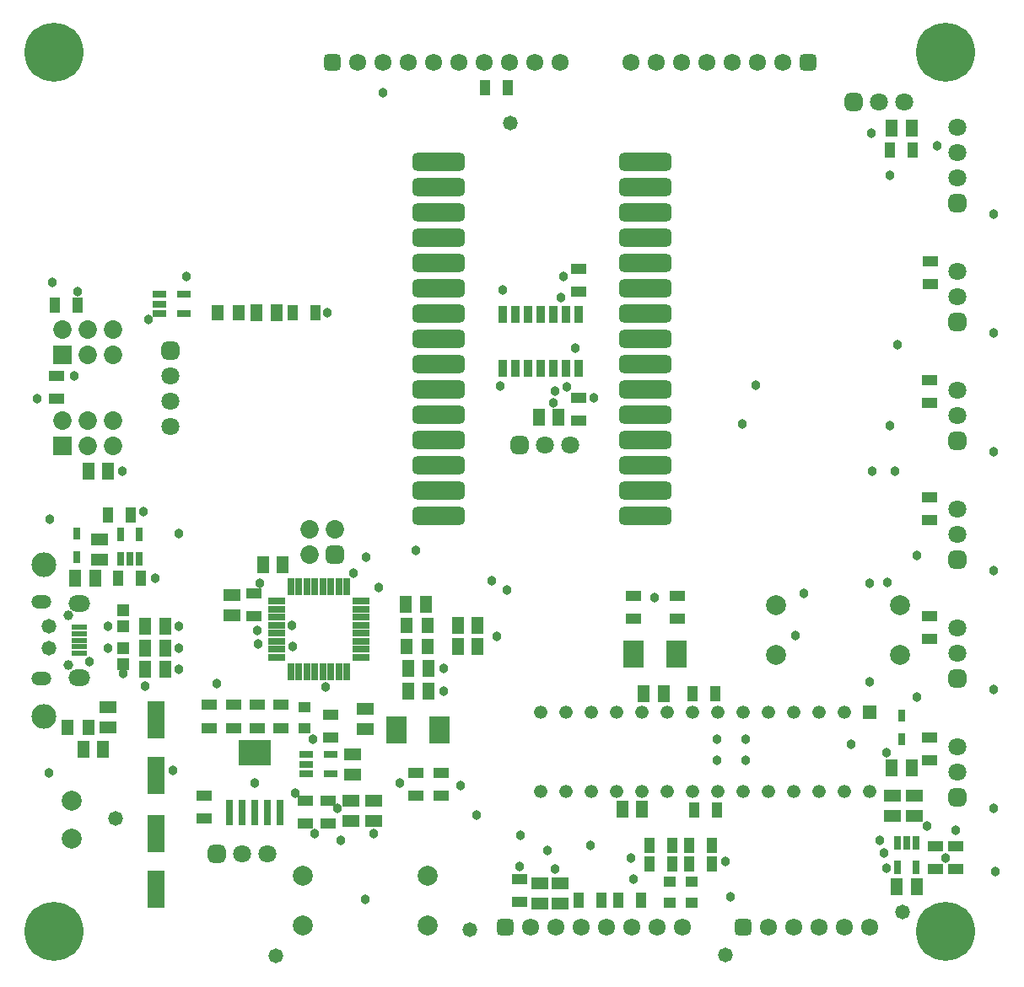
<source format=gbr>
%TF.GenerationSoftware,Altium Limited,Altium Designer,24.3.1 (35)*%
G04 Layer_Color=8388736*
%FSLAX45Y45*%
%MOMM*%
%TF.SameCoordinates,7E0553B6-A888-4128-BDB4-EB5F29F5F182*%
%TF.FilePolarity,Negative*%
%TF.FileFunction,Soldermask,Top*%
%TF.Part,Single*%
G01*
G75*
%TA.AperFunction,SMDPad,CuDef*%
%ADD68R,1.50320X1.10320*%
%ADD69R,1.65320X1.15320*%
%ADD70R,1.10320X1.50320*%
G04:AMPARAMS|DCode=71|XSize=1.8542mm|YSize=5.2832mm|CornerRadius=0.51435mm|HoleSize=0mm|Usage=FLASHONLY|Rotation=270.000|XOffset=0mm|YOffset=0mm|HoleType=Round|Shape=RoundedRectangle|*
%AMROUNDEDRECTD71*
21,1,1.85420,4.25450,0,0,270.0*
21,1,0.82550,5.28320,0,0,270.0*
1,1,1.02870,-2.12725,-0.41275*
1,1,1.02870,-2.12725,0.41275*
1,1,1.02870,2.12725,0.41275*
1,1,1.02870,2.12725,-0.41275*
%
%ADD71ROUNDEDRECTD71*%
%ADD72R,1.15320X1.65320*%
%ADD73R,1.30320X1.50320*%
%ADD74R,0.85320X1.72820*%
%ADD75R,0.80320X1.40320*%
%ADD76R,0.70320X1.20320*%
%ADD77R,2.10320X2.80320*%
%ADD78R,1.20320X1.10320*%
%ADD79R,0.80160X2.50160*%
%ADD80R,3.30160X2.50160*%
%ADD81R,1.40320X0.80320*%
%ADD82R,0.80320X1.67820*%
%ADD83R,1.67820X0.80320*%
%TA.AperFunction,ConnectorPad*%
%ADD84R,1.49860X0.58420*%
%TA.AperFunction,SMDPad,CuDef*%
%ADD85R,1.20320X1.15320*%
%ADD86R,1.80320X3.70320*%
%TA.AperFunction,ComponentPad*%
%ADD87C,1.85320*%
G04:AMPARAMS|DCode=88|XSize=1.8532mm|YSize=1.8532mm|CornerRadius=0.5141mm|HoleSize=0mm|Usage=FLASHONLY|Rotation=90.000|XOffset=0mm|YOffset=0mm|HoleType=Round|Shape=RoundedRectangle|*
%AMROUNDEDRECTD88*
21,1,1.85320,0.82500,0,0,90.0*
21,1,0.82500,1.85320,0,0,90.0*
1,1,1.02820,0.41250,0.41250*
1,1,1.02820,0.41250,-0.41250*
1,1,1.02820,-0.41250,-0.41250*
1,1,1.02820,-0.41250,0.41250*
%
%ADD88ROUNDEDRECTD88*%
G04:AMPARAMS|DCode=89|XSize=1.8032mm|YSize=1.8032mm|CornerRadius=0.5016mm|HoleSize=0mm|Usage=FLASHONLY|Rotation=0.000|XOffset=0mm|YOffset=0mm|HoleType=Round|Shape=RoundedRectangle|*
%AMROUNDEDRECTD89*
21,1,1.80320,0.80000,0,0,0.0*
21,1,0.80000,1.80320,0,0,0.0*
1,1,1.00320,0.40000,-0.40000*
1,1,1.00320,-0.40000,-0.40000*
1,1,1.00320,-0.40000,0.40000*
1,1,1.00320,0.40000,0.40000*
%
%ADD89ROUNDEDRECTD89*%
%ADD90C,1.80320*%
%ADD91C,2.00320*%
G04:AMPARAMS|DCode=92|XSize=1.8032mm|YSize=1.8032mm|CornerRadius=0.5016mm|HoleSize=0mm|Usage=FLASHONLY|Rotation=90.000|XOffset=0mm|YOffset=0mm|HoleType=Round|Shape=RoundedRectangle|*
%AMROUNDEDRECTD92*
21,1,1.80320,0.80000,0,0,90.0*
21,1,0.80000,1.80320,0,0,90.0*
1,1,1.00320,0.40000,0.40000*
1,1,1.00320,0.40000,-0.40000*
1,1,1.00320,-0.40000,-0.40000*
1,1,1.00320,-0.40000,0.40000*
%
%ADD92ROUNDEDRECTD92*%
%ADD93C,2.48920*%
%TA.AperFunction,ViaPad*%
%ADD94C,2.00320*%
%TA.AperFunction,ComponentPad*%
%ADD95C,1.72320*%
G04:AMPARAMS|DCode=96|XSize=1.7232mm|YSize=1.7232mm|CornerRadius=0.4816mm|HoleSize=0mm|Usage=FLASHONLY|Rotation=0.000|XOffset=0mm|YOffset=0mm|HoleType=Round|Shape=RoundedRectangle|*
%AMROUNDEDRECTD96*
21,1,1.72320,0.76000,0,0,0.0*
21,1,0.76000,1.72320,0,0,0.0*
1,1,0.96320,0.38000,-0.38000*
1,1,0.96320,-0.38000,-0.38000*
1,1,0.96320,-0.38000,0.38000*
1,1,0.96320,0.38000,0.38000*
%
%ADD96ROUNDEDRECTD96*%
%ADD97R,1.85320X1.85320*%
%ADD98C,5.91820*%
%ADD99R,1.33620X1.33620*%
%ADD100C,1.33620*%
%ADD101O,2.20320X1.65320*%
%ADD102O,2.00320X1.35320*%
%ADD103C,1.00320*%
%TA.AperFunction,ViaPad*%
%ADD104C,1.47320*%
%ADD105C,0.96520*%
D68*
X7594600Y3441700D02*
D03*
Y3211700D02*
D03*
X8191500Y8046000D02*
D03*
Y8276000D02*
D03*
Y9346500D02*
D03*
Y9576500D02*
D03*
X11976100Y3542600D02*
D03*
Y3772600D02*
D03*
X11772900Y3542600D02*
D03*
Y3772600D02*
D03*
X8737600Y6057200D02*
D03*
Y6287200D02*
D03*
X9182100Y6057200D02*
D03*
Y6287200D02*
D03*
X11709400Y4864800D02*
D03*
Y4634800D02*
D03*
Y6084000D02*
D03*
Y5854000D02*
D03*
Y7277800D02*
D03*
Y7047800D02*
D03*
Y8458900D02*
D03*
Y8228900D02*
D03*
X11722100Y9652700D02*
D03*
Y9422700D02*
D03*
X6807200Y4509200D02*
D03*
Y4279200D02*
D03*
X6553200Y4509200D02*
D03*
Y4279200D02*
D03*
X5702300Y5093400D02*
D03*
Y4863400D02*
D03*
X5199380Y5192300D02*
D03*
Y4962300D02*
D03*
X4960620Y5192300D02*
D03*
Y4962300D02*
D03*
X4483100Y5192300D02*
D03*
Y4962300D02*
D03*
X4721860Y5192300D02*
D03*
Y4962300D02*
D03*
X5676900Y3999800D02*
D03*
Y4229800D02*
D03*
X5448300Y3999800D02*
D03*
Y4229800D02*
D03*
X4432300Y4050600D02*
D03*
Y4280600D02*
D03*
X2946400Y8267000D02*
D03*
Y8497000D02*
D03*
X4927600Y6312600D02*
D03*
Y6082600D02*
D03*
D69*
X7794693Y3401860D02*
D03*
Y3201860D02*
D03*
X8002126D02*
D03*
Y3401860D02*
D03*
X11557000Y4278300D02*
D03*
Y4078300D02*
D03*
X11341100D02*
D03*
Y4278300D02*
D03*
X3378200Y6856400D02*
D03*
Y6656400D02*
D03*
X3467100Y4967300D02*
D03*
Y5167300D02*
D03*
X6134100Y4227500D02*
D03*
Y4027500D02*
D03*
X5905500Y4227500D02*
D03*
Y4027500D02*
D03*
X5918200Y4497400D02*
D03*
Y4697400D02*
D03*
X4711700Y6097600D02*
D03*
Y6297600D02*
D03*
X6045200Y5154600D02*
D03*
Y4954600D02*
D03*
D70*
X8420800Y3234200D02*
D03*
X8190800D02*
D03*
X8814500D02*
D03*
X8584500D02*
D03*
X9333800Y5308600D02*
D03*
X9563800D02*
D03*
X11315000Y10769600D02*
D03*
X11545000D02*
D03*
X9525700Y3784600D02*
D03*
X9295700D02*
D03*
X9525700Y3594100D02*
D03*
X9295700D02*
D03*
X8902000Y3784600D02*
D03*
X9132000D02*
D03*
X8902000Y3594100D02*
D03*
X9132000D02*
D03*
X9346500Y4140200D02*
D03*
X9576500D02*
D03*
X5320600Y9131300D02*
D03*
X5550600D02*
D03*
X3158900Y9207500D02*
D03*
X2928900D02*
D03*
X3466400Y7099300D02*
D03*
X3696400D02*
D03*
X3798000Y6464300D02*
D03*
X3568000D02*
D03*
X7481000Y11391900D02*
D03*
X7251000D02*
D03*
D71*
X6783727Y7090512D02*
D03*
Y7344512D02*
D03*
Y7598512D02*
D03*
Y7852512D02*
D03*
Y8106512D02*
D03*
Y8360512D02*
D03*
Y8614512D02*
D03*
Y8868512D02*
D03*
Y9122512D02*
D03*
Y9376512D02*
D03*
Y9630512D02*
D03*
Y9884512D02*
D03*
Y10138512D02*
D03*
Y10392512D02*
D03*
Y10646512D02*
D03*
X8857727Y7344512D02*
D03*
Y7852512D02*
D03*
Y8360512D02*
D03*
Y8868512D02*
D03*
Y9376512D02*
D03*
Y9884512D02*
D03*
Y10392512D02*
D03*
Y7090512D02*
D03*
Y7598512D02*
D03*
Y8106512D02*
D03*
Y8614512D02*
D03*
Y9122512D02*
D03*
Y9630512D02*
D03*
Y10138512D02*
D03*
Y10646512D02*
D03*
D72*
X11530000Y4559300D02*
D03*
X11330000D02*
D03*
X6478600Y5334000D02*
D03*
X6678600D02*
D03*
X6478600Y5562600D02*
D03*
X6678600D02*
D03*
X6653200Y6205220D02*
D03*
X6453200D02*
D03*
X7786700Y8084800D02*
D03*
X7986700D02*
D03*
X11580800Y3365500D02*
D03*
X11380800D02*
D03*
X8624900Y4147540D02*
D03*
X8824900D02*
D03*
X11530000Y10985500D02*
D03*
X11330000D02*
D03*
X8840800Y5308600D02*
D03*
X9040800D02*
D03*
X3414700Y4749800D02*
D03*
X3214700D02*
D03*
X7173900Y5778500D02*
D03*
X6973900D02*
D03*
X7173900Y5994400D02*
D03*
X6973900D02*
D03*
X5154600Y9131300D02*
D03*
X4954600D02*
D03*
X3333420Y6469380D02*
D03*
X3133420D02*
D03*
X5018100Y6604000D02*
D03*
X5218100D02*
D03*
X3265500Y7543800D02*
D03*
X3465500D02*
D03*
X3837000Y5981700D02*
D03*
X4037000D02*
D03*
X3837000Y5765800D02*
D03*
X4037000D02*
D03*
Y5549900D02*
D03*
X3837000D02*
D03*
D73*
X6670900Y5994400D02*
D03*
X6460900D02*
D03*
X3267300Y4965700D02*
D03*
X3057300D02*
D03*
X6670900Y5778500D02*
D03*
X6460900D02*
D03*
X4778600Y9131300D02*
D03*
X4568600D02*
D03*
D74*
X8191500Y8575600D02*
D03*
X8064500D02*
D03*
X7937500D02*
D03*
X7810500D02*
D03*
X7683500D02*
D03*
X7556500D02*
D03*
X7429500D02*
D03*
Y9118000D02*
D03*
X7556500D02*
D03*
X7683500D02*
D03*
X7810500D02*
D03*
X7937500D02*
D03*
X8064500D02*
D03*
X8191500D02*
D03*
D75*
X11575800Y3558000D02*
D03*
X11385800D02*
D03*
Y3808000D02*
D03*
X11480800D02*
D03*
X11575800D02*
D03*
X3588000Y6906800D02*
D03*
X3778000D02*
D03*
Y6656800D02*
D03*
X3683000D02*
D03*
X3588000D02*
D03*
D76*
X11430000Y5085700D02*
D03*
Y4845700D02*
D03*
X3152140Y6674500D02*
D03*
Y6914500D02*
D03*
D77*
X8738500Y5702300D02*
D03*
X9168500D02*
D03*
X6363600Y4940300D02*
D03*
X6793600D02*
D03*
D78*
X9321800Y3209700D02*
D03*
Y3419700D02*
D03*
X9105900Y3209700D02*
D03*
Y3419700D02*
D03*
X5440640Y5172300D02*
D03*
Y4962300D02*
D03*
D79*
X4686300Y4108180D02*
D03*
X4813300D02*
D03*
X4940300D02*
D03*
X5067300D02*
D03*
X5194300D02*
D03*
D80*
X4940300Y4713180D02*
D03*
D81*
X3977100Y9315200D02*
D03*
Y9220200D02*
D03*
Y9125200D02*
D03*
X4227100D02*
D03*
Y9315200D02*
D03*
X5450300Y4692400D02*
D03*
Y4597400D02*
D03*
Y4502400D02*
D03*
X5700300D02*
D03*
Y4692400D02*
D03*
D82*
X5300380Y5529960D02*
D03*
X5380380D02*
D03*
X5460380D02*
D03*
X5540380D02*
D03*
X5620380D02*
D03*
X5700380D02*
D03*
X5780380D02*
D03*
X5860380D02*
D03*
Y6377560D02*
D03*
X5780380D02*
D03*
X5700380D02*
D03*
X5620380D02*
D03*
X5540380D02*
D03*
X5460380D02*
D03*
X5380380D02*
D03*
X5300380D02*
D03*
D83*
X6004180Y5673760D02*
D03*
Y5753760D02*
D03*
Y5833760D02*
D03*
Y5913760D02*
D03*
Y5993760D02*
D03*
Y6073760D02*
D03*
Y6153760D02*
D03*
Y6233760D02*
D03*
X5156580D02*
D03*
Y6153760D02*
D03*
Y6073760D02*
D03*
Y5993760D02*
D03*
Y5913760D02*
D03*
Y5833760D02*
D03*
Y5753760D02*
D03*
Y5673760D02*
D03*
D84*
X3172900Y5972000D02*
D03*
Y5712000D02*
D03*
Y5907000D02*
D03*
Y5842000D02*
D03*
Y5777000D02*
D03*
D85*
X3619500Y5982980D02*
D03*
Y6142980D02*
D03*
Y5761980D02*
D03*
Y5601980D02*
D03*
D86*
X3949700Y5042500D02*
D03*
Y4482500D02*
D03*
Y3899500D02*
D03*
Y3339500D02*
D03*
D87*
X5486400Y6959600D02*
D03*
X5740400D02*
D03*
X5486400Y6705600D02*
D03*
X8730727Y10646512D02*
D03*
X8984727D02*
D03*
X8730727Y10392512D02*
D03*
X8984727D02*
D03*
X8730727Y10138512D02*
D03*
X8984727D02*
D03*
X8730727Y9884512D02*
D03*
X8984727D02*
D03*
Y9630512D02*
D03*
X8730727Y9376512D02*
D03*
X8984727D02*
D03*
X8730727Y9122512D02*
D03*
X8984727D02*
D03*
X8730727Y8868512D02*
D03*
X8984727D02*
D03*
X8730727Y8614512D02*
D03*
X8984727D02*
D03*
X8730727Y8360512D02*
D03*
X8984727D02*
D03*
X8730727Y8106512D02*
D03*
X8984727D02*
D03*
X8730727Y7852512D02*
D03*
X8984727D02*
D03*
X8730727Y7598512D02*
D03*
X8984727D02*
D03*
X8730727Y7344512D02*
D03*
X8984727D02*
D03*
X8730727Y7090512D02*
D03*
X8984727D02*
D03*
X8730727Y9630512D02*
D03*
X6656727Y10646512D02*
D03*
X6910727D02*
D03*
X6656727Y10392512D02*
D03*
X6910727D02*
D03*
X6656727Y10138512D02*
D03*
X6910727D02*
D03*
X6656727Y9884512D02*
D03*
X6910727D02*
D03*
Y9630512D02*
D03*
X6656727Y9376512D02*
D03*
X6910727D02*
D03*
X6656727Y9122512D02*
D03*
X6910727D02*
D03*
X6656727Y8868512D02*
D03*
X6910727D02*
D03*
X6656727Y8614512D02*
D03*
X6910727D02*
D03*
X6656727Y8360512D02*
D03*
X6910727D02*
D03*
X6656727Y8106512D02*
D03*
X6910727D02*
D03*
X6656727Y7852512D02*
D03*
X6910727D02*
D03*
X6656727Y7598512D02*
D03*
X6910727D02*
D03*
X6656727Y7344512D02*
D03*
X6910727D02*
D03*
X6656727Y7090512D02*
D03*
X6910727D02*
D03*
X6656727Y9630512D02*
D03*
X3009900Y8051800D02*
D03*
X3263900Y7797800D02*
D03*
Y8051800D02*
D03*
X3517900Y7797800D02*
D03*
Y8051800D02*
D03*
X3009900Y8966200D02*
D03*
X3263900Y8712200D02*
D03*
Y8966200D02*
D03*
X3517900Y8712200D02*
D03*
Y8966200D02*
D03*
D88*
X5740400Y6705600D02*
D03*
D89*
X4559300Y3695700D02*
D03*
X7594600Y7805400D02*
D03*
X10947400Y11252200D02*
D03*
D90*
X4813300Y3695700D02*
D03*
X5067300D02*
D03*
X7848600Y7805400D02*
D03*
X8102600D02*
D03*
X11201400Y11252200D02*
D03*
X11455400D02*
D03*
X11988800Y4521200D02*
D03*
Y4775200D02*
D03*
Y5715000D02*
D03*
Y5969000D02*
D03*
Y6908800D02*
D03*
Y7162800D02*
D03*
Y8102600D02*
D03*
Y8356600D02*
D03*
Y9296400D02*
D03*
Y9550400D02*
D03*
Y10998200D02*
D03*
Y10744200D02*
D03*
Y10490200D02*
D03*
X4089400Y7988300D02*
D03*
Y8242300D02*
D03*
Y8496300D02*
D03*
D91*
X10167300Y6197600D02*
D03*
X11417300D02*
D03*
X10167300Y5697600D02*
D03*
X11417300D02*
D03*
X6670200Y2975800D02*
D03*
X5420200D02*
D03*
X6670200Y3475800D02*
D03*
X5420200D02*
D03*
D92*
X11988800Y4267200D02*
D03*
Y5461000D02*
D03*
Y6654800D02*
D03*
Y7848600D02*
D03*
Y9042400D02*
D03*
Y10236200D02*
D03*
X4089400Y8750300D02*
D03*
D93*
X2819400Y6604000D02*
D03*
Y5080000D02*
D03*
D94*
X3098800Y3848100D02*
D03*
Y4229100D02*
D03*
D95*
X11112500Y2959100D02*
D03*
X10858500D02*
D03*
X10604500D02*
D03*
X10096500D02*
D03*
X10350500D02*
D03*
X8724900D02*
D03*
X8470900D02*
D03*
X8216900D02*
D03*
X7708900D02*
D03*
X7962900D02*
D03*
X8978900D02*
D03*
X9232900D02*
D03*
X9220000Y11645900D02*
D03*
X9474000D02*
D03*
X9728000D02*
D03*
X10236000D02*
D03*
X9982000D02*
D03*
X8966000D02*
D03*
X8712000D02*
D03*
X8001000Y11645900D02*
D03*
X7747000D02*
D03*
X7493000D02*
D03*
X6985000D02*
D03*
X6731000D02*
D03*
X6477000D02*
D03*
X5969000D02*
D03*
X6223000D02*
D03*
X7239000D02*
D03*
D96*
X9842500Y2959100D02*
D03*
X7454900D02*
D03*
X10490000Y11645900D02*
D03*
X5715000Y11645900D02*
D03*
D97*
X3009900Y7797800D02*
D03*
Y8712200D02*
D03*
D98*
X11874500Y11747500D02*
D03*
X2921000D02*
D03*
X11874500Y2921000D02*
D03*
X2921000D02*
D03*
D99*
X11112500Y5121300D02*
D03*
D100*
X10858500D02*
D03*
X10604500D02*
D03*
X10350500D02*
D03*
X10096500D02*
D03*
X9842500D02*
D03*
X9588500D02*
D03*
X9334500D02*
D03*
X9080500D02*
D03*
X8826500D02*
D03*
X8572500D02*
D03*
X8318500D02*
D03*
X8064500D02*
D03*
X7810500D02*
D03*
Y4327500D02*
D03*
X8064500D02*
D03*
X8318500D02*
D03*
X8572500D02*
D03*
X8826500D02*
D03*
X9080500D02*
D03*
X9334500D02*
D03*
X9588500D02*
D03*
X9842500D02*
D03*
X10096500D02*
D03*
X10350500D02*
D03*
X10604500D02*
D03*
X10858500D02*
D03*
X11112500D02*
D03*
D101*
X3172900Y6214500D02*
D03*
Y5469500D02*
D03*
D102*
X2792900Y6229500D02*
D03*
Y5454500D02*
D03*
D103*
X3067900Y6092000D02*
D03*
Y5592000D02*
D03*
D104*
X5151120Y2669540D02*
D03*
X7505700Y11036300D02*
D03*
X11442700Y3111500D02*
D03*
X9664700Y2679700D02*
D03*
X7099300Y2933700D02*
D03*
X3543300Y4051300D02*
D03*
X2870200Y5765800D02*
D03*
Y5981700D02*
D03*
D105*
X3835400Y5384800D02*
D03*
X4178300Y5981700D02*
D03*
Y5765800D02*
D03*
Y5549900D02*
D03*
X8039100Y9499600D02*
D03*
X8343900Y8280400D02*
D03*
X3162300Y9347200D02*
D03*
X11874500Y3657600D02*
D03*
X12369800Y3517900D02*
D03*
X5803900Y3835400D02*
D03*
X9664700Y3619500D02*
D03*
X8712200Y3657600D02*
D03*
X6396800Y4406900D02*
D03*
X11976100Y3937000D02*
D03*
X11252200Y3708400D02*
D03*
X8737600Y3441700D02*
D03*
X5651500Y5372100D02*
D03*
X5307960Y5993760D02*
D03*
X9969500Y8401150D02*
D03*
X9829800Y8013700D02*
D03*
X3123500Y8497000D02*
D03*
X3619500Y5511800D02*
D03*
X3937000Y6464300D02*
D03*
X3822700Y7137400D02*
D03*
X3873500Y9067800D02*
D03*
X5664200Y9131300D02*
D03*
X4991100Y6413500D02*
D03*
X5346700Y4305300D02*
D03*
X5765800Y4152900D02*
D03*
X7315200Y6438900D02*
D03*
X7467600Y6350000D02*
D03*
X7404100Y8394700D02*
D03*
X11137900Y7543800D02*
D03*
X11366500D02*
D03*
X8073932Y8391432D02*
D03*
X7950200Y8343900D02*
D03*
X7937500Y8229600D02*
D03*
X7594600Y3568700D02*
D03*
X8953500Y6273800D02*
D03*
X11277600Y4711700D02*
D03*
X11684000Y3975100D02*
D03*
X11214100Y3835400D02*
D03*
X11582400Y5270500D02*
D03*
Y6692900D02*
D03*
X11290300Y6426200D02*
D03*
X11112500Y6413500D02*
D03*
X11315700Y10515600D02*
D03*
X11125200Y10934700D02*
D03*
X11785600Y10807700D02*
D03*
X6553200Y6743700D02*
D03*
X11391900Y8813800D02*
D03*
X11315700Y8001000D02*
D03*
X11112500Y5422900D02*
D03*
X10922000Y4800600D02*
D03*
X10452100Y6311900D02*
D03*
X10363200Y5892800D02*
D03*
X9575800Y4851400D02*
D03*
X9867900D02*
D03*
X9575800Y4635500D02*
D03*
X9862524D02*
D03*
X11277600Y3556000D02*
D03*
X8305800Y3784600D02*
D03*
X7950200Y3543300D02*
D03*
X7874000Y3733800D02*
D03*
X6832600Y5334000D02*
D03*
Y5562600D02*
D03*
X7429500Y9359900D02*
D03*
X8013700Y9283700D02*
D03*
X8153400Y8775700D02*
D03*
X7366000Y5880100D02*
D03*
X6223000Y11341100D02*
D03*
X9715500Y3263900D02*
D03*
X4254500Y9499600D02*
D03*
X7000968Y4384768D02*
D03*
X5321300Y5778500D02*
D03*
X7162800Y4089400D02*
D03*
X7607300Y3886200D02*
D03*
X12354921Y4152900D02*
D03*
Y5346700D02*
D03*
Y6540500D02*
D03*
Y7734300D02*
D03*
Y8928100D02*
D03*
Y10121900D02*
D03*
X4175218Y6918418D02*
D03*
X4559300Y5410200D02*
D03*
X4968240Y5801360D02*
D03*
X5524500Y4851400D02*
D03*
X6134100Y3898900D02*
D03*
X5537200D02*
D03*
X6045200Y3238500D02*
D03*
X2870200Y4508500D02*
D03*
X2882900Y7061200D02*
D03*
X2755900Y8267700D02*
D03*
X2908300Y9436100D02*
D03*
X4114800Y4533900D02*
D03*
X4940300Y4406900D02*
D03*
X3606800Y7543800D02*
D03*
X6057900Y6680200D02*
D03*
X5927980Y6515100D02*
D03*
X6184900Y6375400D02*
D03*
X3276600Y5626100D02*
D03*
X4965700Y5943600D02*
D03*
X3467100Y5981700D02*
D03*
Y5765800D02*
D03*
%TF.MD5,99fa4bdcb754a230b4c79981ffc19279*%
M02*

</source>
